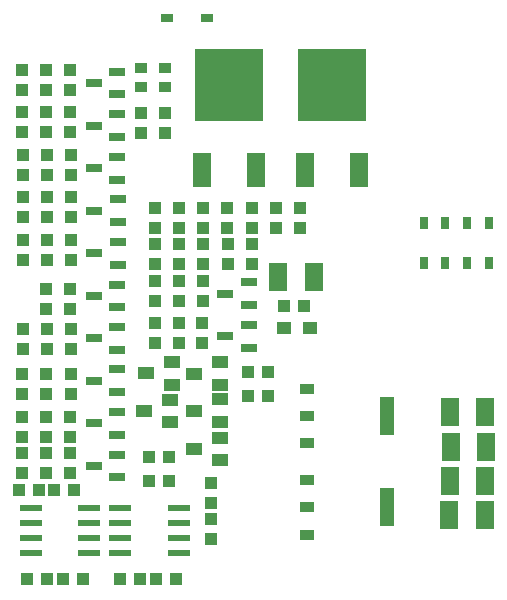
<source format=gbr>
G04 EAGLE Gerber RS-274X export*
G75*
%MOMM*%
%FSLAX34Y34*%
%LPD*%
%INSolderpaste Bottom*%
%IPPOS*%
%AMOC8*
5,1,8,0,0,1.08239X$1,22.5*%
G01*
%ADD10R,1.000000X1.100000*%
%ADD11R,1.100000X1.000000*%
%ADD12R,1.600000X2.400000*%
%ADD13R,0.783900X1.127200*%
%ADD14R,1.350000X0.650000*%
%ADD15R,1.200000X1.000000*%
%ADD16R,1.600000X3.000000*%
%ADD17R,5.800000X6.200000*%
%ADD18R,1.400000X1.000000*%
%ADD19R,1.000000X0.950000*%
%ADD20R,1.981200X0.558800*%
%ADD21R,1.250000X0.950000*%
%ADD22R,1.250000X3.200000*%
%ADD23R,1.127200X0.783900*%


D10*
X203400Y324000D03*
X203400Y341000D03*
D11*
X159200Y93100D03*
X176200Y93100D03*
D10*
X203200Y360000D03*
X203200Y377000D03*
X315400Y270400D03*
X315400Y253400D03*
X314800Y217600D03*
X314800Y234600D03*
X356500Y301300D03*
X356500Y284300D03*
D11*
X353400Y173000D03*
X370400Y173000D03*
X353500Y193400D03*
X370500Y193400D03*
D10*
X336100Y301300D03*
X336100Y284300D03*
X203300Y229600D03*
X203300Y212600D03*
X182700Y246100D03*
X182700Y263100D03*
D11*
X384200Y248600D03*
X401200Y248600D03*
X206200Y93000D03*
X189200Y93000D03*
D10*
X335600Y314900D03*
X335600Y331900D03*
D12*
X409000Y273400D03*
X379000Y273400D03*
X523800Y71600D03*
X553800Y71600D03*
X524500Y100600D03*
X554500Y100600D03*
X525000Y129400D03*
X555000Y129400D03*
X524500Y159100D03*
X554500Y159100D03*
D10*
X202700Y154900D03*
X202700Y137900D03*
X315500Y301500D03*
X315500Y284500D03*
X203200Y191100D03*
X203200Y174100D03*
X203000Y413100D03*
X203000Y396100D03*
D13*
X538900Y285085D03*
X538900Y319515D03*
D14*
X242880Y195200D03*
X242880Y176000D03*
X222880Y185600D03*
X242900Y411230D03*
X242900Y392030D03*
X222900Y401630D03*
X354300Y232910D03*
X354300Y213710D03*
X334300Y223310D03*
D13*
X520400Y285085D03*
X520400Y319515D03*
X502100Y285085D03*
X502100Y319515D03*
D14*
X242980Y339200D03*
X242980Y320000D03*
X222980Y329600D03*
X242900Y267100D03*
X242900Y247900D03*
X222900Y257500D03*
X242880Y231100D03*
X242880Y211900D03*
X222880Y221500D03*
X354280Y269000D03*
X354280Y249800D03*
X334280Y259400D03*
X242900Y375200D03*
X242900Y356000D03*
X222900Y365600D03*
X242780Y159030D03*
X242780Y139830D03*
X222780Y149430D03*
D15*
X384200Y230600D03*
X406200Y230600D03*
D16*
X447650Y364380D03*
D17*
X424800Y436170D03*
D16*
X401950Y364380D03*
X360050Y364280D03*
D17*
X337200Y436070D03*
D16*
X314350Y364280D03*
D18*
X307900Y127900D03*
X329900Y118400D03*
X329900Y137400D03*
X267000Y191800D03*
X289000Y182300D03*
X289000Y201300D03*
X307900Y191600D03*
X329900Y182100D03*
X329900Y201100D03*
X307700Y160300D03*
X329700Y150800D03*
X329700Y169800D03*
X265200Y160100D03*
X287200Y150600D03*
X287200Y169600D03*
D10*
X166500Y17700D03*
X183500Y17700D03*
D11*
X274300Y301600D03*
X274300Y284600D03*
X295100Y284600D03*
X295100Y301600D03*
X162700Y229600D03*
X162700Y212600D03*
X182900Y212600D03*
X182900Y229600D03*
X162100Y154900D03*
X162100Y137900D03*
X162600Y360100D03*
X162600Y377100D03*
X182700Y413200D03*
X182700Y396200D03*
X182900Y377000D03*
X182900Y360000D03*
X182400Y137900D03*
X182400Y154900D03*
X295100Y253400D03*
X295100Y270400D03*
D10*
X245200Y17600D03*
X262200Y17600D03*
D11*
X162400Y191200D03*
X162400Y174200D03*
X182700Y174100D03*
X182700Y191100D03*
X294700Y332000D03*
X294700Y315000D03*
X274400Y217600D03*
X274400Y234600D03*
X294600Y234600D03*
X294600Y217600D03*
D10*
X269400Y100500D03*
X286400Y100500D03*
X286400Y120900D03*
X269400Y120900D03*
D11*
X322000Y81700D03*
X322000Y98700D03*
D10*
X292200Y17600D03*
X275200Y17600D03*
D11*
X322200Y51400D03*
X322200Y68400D03*
X377200Y331800D03*
X377200Y314800D03*
X397400Y331800D03*
X397400Y314800D03*
X274600Y270400D03*
X274600Y253400D03*
D10*
X213700Y17700D03*
X196700Y17700D03*
D11*
X315200Y332000D03*
X315200Y315000D03*
X274300Y314900D03*
X274300Y331900D03*
X162600Y324000D03*
X162600Y341000D03*
X183100Y341000D03*
X183100Y324000D03*
X202900Y263100D03*
X202900Y246100D03*
X162400Y396200D03*
X162400Y413200D03*
X356900Y314700D03*
X356900Y331700D03*
D19*
X262900Y434300D03*
X262900Y450300D03*
X283000Y434300D03*
X283000Y450300D03*
D20*
X169362Y40150D03*
X169362Y52850D03*
X169362Y65550D03*
X169362Y78250D03*
X218638Y78250D03*
X218638Y65550D03*
X218638Y52850D03*
X218638Y40150D03*
X245362Y40050D03*
X245362Y52750D03*
X245362Y65450D03*
X245362Y78150D03*
X294638Y78150D03*
X294638Y65450D03*
X294638Y52750D03*
X294638Y40050D03*
D21*
X403100Y55400D03*
X403100Y78400D03*
X403100Y101400D03*
D22*
X471100Y78400D03*
D21*
X403100Y133000D03*
X403100Y156000D03*
X403100Y179000D03*
D22*
X471100Y156000D03*
D11*
X262800Y395100D03*
X262800Y412100D03*
X283100Y395100D03*
X283100Y412100D03*
D13*
X557400Y285085D03*
X557400Y319515D03*
D10*
X203200Y305100D03*
X203200Y288100D03*
D11*
X162600Y305100D03*
X162600Y288100D03*
X182900Y288100D03*
X182900Y305100D03*
D14*
X243000Y303200D03*
X243000Y284000D03*
X223000Y293600D03*
D10*
X203000Y432000D03*
X203000Y449000D03*
D11*
X162400Y432000D03*
X162400Y449000D03*
X182700Y449000D03*
X182700Y432000D03*
D14*
X242900Y447200D03*
X242900Y428000D03*
X222900Y437600D03*
D23*
X319015Y492400D03*
X284585Y492400D03*
D10*
X202800Y124500D03*
X202800Y107500D03*
D11*
X162100Y124500D03*
X162100Y107500D03*
X182400Y107600D03*
X182400Y124600D03*
D14*
X242700Y123100D03*
X242700Y103900D03*
X222700Y113500D03*
M02*

</source>
